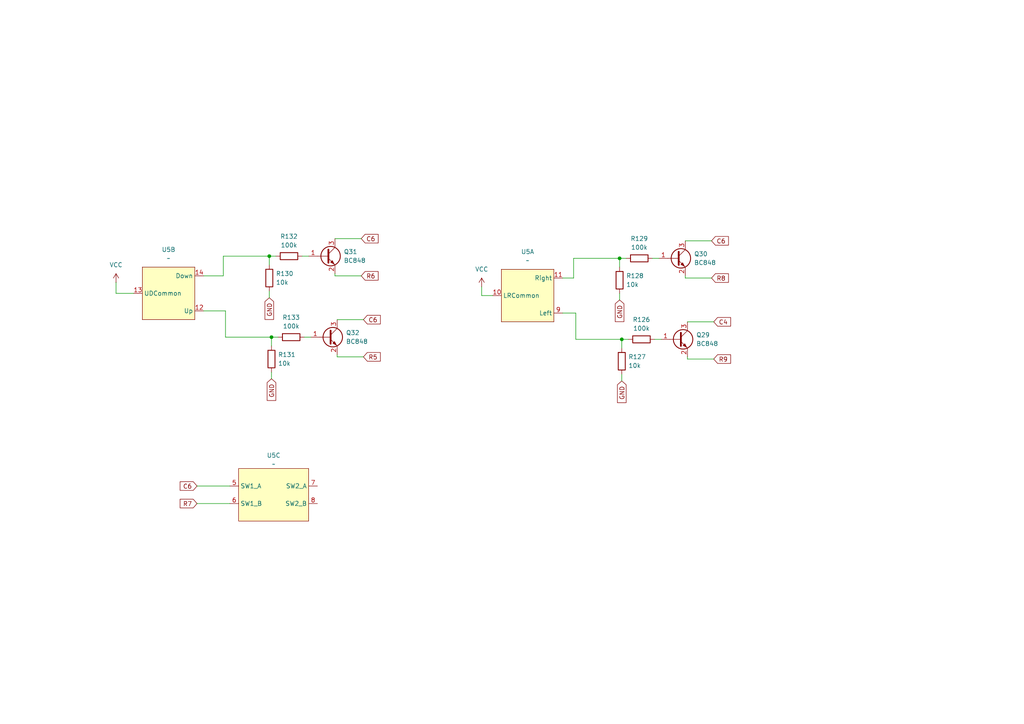
<source format=kicad_sch>
(kicad_sch (version 20250114) (generator "eeschema") (generator_version "9.0")
  (paper "A4")
  (lib_symbols
    (symbol "Device:R" (pin_numbers (hide yes)) (pin_names (offset 0))
      (property "Reference" "R" (at 2.032 0 90))
      (property "Value" "R" (at 0 0 90))
      (symbol "R_0_1"
        (rectangle (start -1.016 -2.54) (end 1.016 2.54) (stroke (width 0.254)))
      )
      (symbol "R_1_1"
        (pin passive line (at 0 3.81 270) (length 1.27) (name "~") (number "1"))
        (pin passive line (at 0 -3.81 90) (length 1.27) (name "~") (number "2"))
      )
    )
    (symbol "Transistor_BJT:BC848" (pin_names (offset 0) (hide yes))
      (property "Reference" "Q" (at 5.08 1.905 0))
      (property "Value" "BC848" (at 5.08 0 0))
      (symbol "BC848_0_1"
        (polyline (pts (xy -2.54 0) (xy 0.635 0)))
        (polyline (pts (xy 0.635 1.905) (xy 0.635 -1.905)) (stroke (width 0.508)))
        (circle (center 1.27 0) (radius 2.8194) (stroke (width 0.254)))
      )
      (symbol "BC848_1_1"
        (polyline (pts (xy 0.635 0.635) (xy 2.54 2.54)))
        (polyline (pts (xy 0.635 -0.635) (xy 2.54 -2.54)))
        (polyline (pts (xy 1.27 -1.778) (xy 1.778 -1.27) (xy 2.286 -2.286) (xy 1.27 -1.778)) (fill (type outline)))
        (pin input line (at -5.08 0 0) (length 2.54) (name "B") (number "1"))
        (pin passive line (at 2.54 5.08 270) (length 2.54) (name "C") (number "3"))
        (pin passive line (at 2.54 -5.08 90) (length 2.54) (name "E") (number "2"))
      )
    )
    (symbol "petkn:Thumbstick_with_switch"
      (property "Reference" "U" (at 0 10.16 0))
      (symbol "Thumbstick_with_switch_1_1"
        (rectangle (start -7.62 7.62) (end 7.62 -7.62) (fill (type background)))
        (pin input line (at -10.16 5.08 0) (length 2.54) (name "Left") (number "9"))
        (pin input line (at -10.16 -5.08 0) (length 2.54) (name "Right") (number "11"))
        (pin input line (at 10.16 0 180) (length 2.54) (name "LRCommon") (number "10"))
      )
      (symbol "Thumbstick_with_switch_2_1"
        (rectangle (start -7.62 7.62) (end 7.62 -7.62) (fill (type background)))
        (pin input line (at -10.16 5.08 0) (length 2.54) (name "Up") (number "12"))
        (pin input line (at -10.16 -5.08 0) (length 2.54) (name "Down") (number "14"))
        (pin input line (at 10.16 0 180) (length 2.54) (name "UDCommon") (number "13"))
      )
      (symbol "Thumbstick_with_switch_3_1"
        (rectangle (start -10.16 7.62) (end 10.16 -7.62) (fill (type background)))
        (pin input line (at -12.7 2.54 0) (length 2.54) (name "SW1_A") (number "5"))
        (pin input line (at -12.7 -2.54 0) (length 2.54) (name "SW1_B") (number "6"))
        (pin input line (at 12.7 2.54 180) (length 2.54) (name "SW2_A") (number "7"))
        (pin input line (at 12.7 -2.54 180) (length 2.54) (name "SW2_B") (number "8"))
      )
      (symbol "Thumbstick_with_switch_4_1"
        (rectangle (start -7.62 5.08) (end 7.62 -5.08) (fill (type background)))
        (pin input line (at -10.16 2.54 0) (length 2.54) (name "GND1") (number "1"))
        (pin input line (at -10.16 -2.54 0) (length 2.54) (name "GND2") (number "2"))
        (pin input line (at 10.16 2.54 180) (length 2.54) (name "GND3") (number "3"))
        (pin input line (at 10.16 -2.54 180) (length 2.54) (name "GND4") (number "4"))
      )
    )
    (symbol "power:VCC" (power) (pin_numbers (hide yes)) (pin_names (offset 0) (hide yes))
      (property "Value" "VCC" (at 0 3.556 0))
      (symbol "VCC_0_1"
        (polyline (pts (xy -0.762 1.27) (xy 0 2.54)))
        (polyline (pts (xy 0 2.54) (xy 0.762 1.27)))
        (polyline (pts (xy 0 0) (xy 0 2.54)))
      )
      (symbol "VCC_1_1"
        (pin power_in line (at 0 0 90) (length 0) (name "~") (number "1"))
      )
    )
  )
  (junction (at 179.705 74.93))
  (junction (at 180.34 98.425))
  (junction (at 78.105 74.295))
  (junction (at 78.74 97.79))
  (wire (pts (xy 207.01 104.14) (xy 199.39 104.14)))
  (wire (pts (xy 163.195 80.645) (xy 166.37 80.645)))
  (wire (pts (xy 206.375 80.645) (xy 198.755 80.645)))
  (wire (pts (xy 180.34 98.425) (xy 180.34 100.965)))
  (wire (pts (xy 33.655 85.09) (xy 33.655 81.915)))
  (wire (pts (xy 179.705 74.93) (xy 181.61 74.93)))
  (wire (pts (xy 97.79 92.71) (xy 105.41 92.71)))
  (wire (pts (xy 78.105 84.455) (xy 78.105 86.36)))
  (wire (pts (xy 65.405 90.17) (xy 65.405 97.79)))
  (wire (pts (xy 166.37 80.645) (xy 166.37 74.93)))
  (wire (pts (xy 78.74 97.79) (xy 78.74 100.33)))
  (wire (pts (xy 166.37 74.93) (xy 179.705 74.93)))
  (wire (pts (xy 163.195 90.805) (xy 167.005 90.805)))
  (wire (pts (xy 57.15 140.97) (xy 66.675 140.97)))
  (wire (pts (xy 65.405 97.79) (xy 78.74 97.79)))
  (wire (pts (xy 199.39 104.14) (xy 199.39 103.505)))
  (wire (pts (xy 38.735 85.09) (xy 33.655 85.09)))
  (wire (pts (xy 179.705 85.09) (xy 179.705 86.995)))
  (wire (pts (xy 167.005 98.425) (xy 180.34 98.425)))
  (wire (pts (xy 198.755 69.85) (xy 206.375 69.85)))
  (wire (pts (xy 78.74 107.95) (xy 78.74 109.855)))
  (wire (pts (xy 97.155 69.215) (xy 104.775 69.215)))
  (wire (pts (xy 80.645 97.79) (xy 78.74 97.79)))
  (wire (pts (xy 64.77 74.295) (xy 78.105 74.295)))
  (wire (pts (xy 139.7 85.725) (xy 139.7 83.185)))
  (wire (pts (xy 182.245 98.425) (xy 180.34 98.425)))
  (wire (pts (xy 97.79 103.505) (xy 97.79 102.87)))
  (wire (pts (xy 167.005 90.805) (xy 167.005 98.425)))
  (wire (pts (xy 64.77 80.01) (xy 64.77 74.295)))
  (wire (pts (xy 105.41 103.505) (xy 97.79 103.505)))
  (wire (pts (xy 104.775 80.01) (xy 97.155 80.01)))
  (wire (pts (xy 142.875 85.725) (xy 139.7 85.725)))
  (wire (pts (xy 198.755 80.645) (xy 198.755 80.01)))
  (wire (pts (xy 97.155 80.01) (xy 97.155 79.375)))
  (wire (pts (xy 189.865 98.425) (xy 191.77 98.425)))
  (wire (pts (xy 59.055 90.17) (xy 65.405 90.17)))
  (wire (pts (xy 180.34 108.585) (xy 180.34 110.49)))
  (wire (pts (xy 57.15 146.05) (xy 66.675 146.05)))
  (wire (pts (xy 179.705 74.93) (xy 179.705 77.47)))
  (wire (pts (xy 59.055 80.01) (xy 64.77 80.01)))
  (wire (pts (xy 88.265 97.79) (xy 90.17 97.79)))
  (wire (pts (xy 78.105 74.295) (xy 80.01 74.295)))
  (wire (pts (xy 78.105 74.295) (xy 78.105 76.835)))
  (wire (pts (xy 87.63 74.295) (xy 89.535 74.295)))
  (wire (pts (xy 199.39 93.345) (xy 207.01 93.345)))
  (wire (pts (xy 189.23 74.93) (xy 191.135 74.93)))
  (global_label "GND" (shape input) (at 179.705 86.995 270) (property "Intersheetrefs" "${INTERSHEET_REFS}" (effects (hide yes))))
  (global_label "C6" (shape input) (at 57.15 140.97 180) (property "Intersheetrefs" "${INTERSHEET_REFS}" (effects (hide yes))))
  (global_label "C6" (shape input) (at 105.41 92.71 0) (property "Intersheetrefs" "${INTERSHEET_REFS}" (effects (hide yes))))
  (global_label "GND" (shape input) (at 78.74 109.855 270) (property "Intersheetrefs" "${INTERSHEET_REFS}" (effects (hide yes))))
  (global_label "R9" (shape input) (at 207.01 104.14 0) (property "Intersheetrefs" "${INTERSHEET_REFS}" (effects (hide yes))))
  (global_label "C6" (shape input) (at 206.375 69.85 0) (property "Intersheetrefs" "${INTERSHEET_REFS}" (effects (hide yes))))
  (global_label "C6" (shape input) (at 104.775 69.215 0) (property "Intersheetrefs" "${INTERSHEET_REFS}" (effects (hide yes))))
  (global_label "C4" (shape input) (at 207.01 93.345 0) (property "Intersheetrefs" "${INTERSHEET_REFS}" (effects (hide yes))))
  (global_label "R7" (shape input) (at 57.15 146.05 180) (property "Intersheetrefs" "${INTERSHEET_REFS}" (effects (hide yes))))
  (global_label "GND" (shape input) (at 78.105 86.36 270) (property "Intersheetrefs" "${INTERSHEET_REFS}" (effects (hide yes))))
  (global_label "R6" (shape input) (at 104.775 80.01 0) (property "Intersheetrefs" "${INTERSHEET_REFS}" (effects (hide yes))))
  (global_label "R5" (shape input) (at 105.41 103.505 0) (property "Intersheetrefs" "${INTERSHEET_REFS}" (effects (hide yes))))
  (global_label "GND" (shape input) (at 180.34 110.49 270) (property "Intersheetrefs" "${INTERSHEET_REFS}" (effects (hide yes))))
  (global_label "R8" (shape input) (at 206.375 80.645 0) (property "Intersheetrefs" "${INTERSHEET_REFS}" (effects (hide yes))))
  (symbol (lib_id "Device:R") (at 78.74 104.14 0) (unit 1)
    (property "Reference" "R131" (at 80.645 102.8699 0) (effects (justify left)))
    (property "Value" "10k" (at 80.645 105.4099 0) (effects (justify left)))
    (property "Footprint" "Resistor_SMD:R_0805_2012Metric" (effects (hide yes)))
    (property "Description" "Resistor" (effects (hide yes)))
    (property "LCSC" "C17414" (effects (hide yes)))
  )
  (symbol (lib_id "petkn:Thumbstick_with_switch") (at 79.375 143.51 0) (unit 3)
    (property "Reference" "U5" (at 79.375 132.08 0))
    (property "Value" "~" (at 79.375 134.62 0))
    (property "Footprint" "petkn:THB Miniature Thumbstick THB001P" (effects (hide yes)))
    (property "Mouser" "611-THB001P " (effects (hide yes)))
    (property "LCSC" "C2685355" (effects (hide yes)))
  )
  (symbol (lib_id "petkn:Thumbstick_with_switch") (at 48.895 85.09 180) (unit 2)
    (property "Reference" "U5" (at 48.895 72.39 0))
    (property "Value" "~" (at 48.895 74.93 0))
    (property "Footprint" "petkn:THB Miniature Thumbstick THB001P" (effects (hide yes)))
    (property "Mouser" "611-THB001P " (effects (hide yes)))
    (property "LCSC" "C2685355" (effects (hide yes)))
  )
  (symbol (lib_id "Device:R") (at 180.34 104.775 0) (unit 1)
    (property "Reference" "R127" (at 182.245 103.5049 0) (effects (justify left)))
    (property "Value" "10k" (at 182.245 106.0449 0) (effects (justify left)))
    (property "Footprint" "Resistor_SMD:R_0805_2012Metric" (effects (hide yes)))
    (property "Description" "Resistor" (effects (hide yes)))
    (property "LCSC" "C17414" (effects (hide yes)))
  )
  (symbol (lib_id "Transistor_BJT:BC848") (at 94.615 74.295 0) (unit 1)
    (property "Reference" "Q31" (at 99.695 73.0249 0) (effects (justify left)))
    (property "Value" "BC848" (at 99.695 75.5649 0) (effects (justify left)))
    (property "Footprint" "Package_TO_SOT_SMD:SOT-23" (effects (hide yes)))
    (property "Datasheet" "http://www.infineon.com/dgdl/Infineon-BC847SERIES_BC848SERIES_BC849SERIES_BC850SERIES-DS-v01_01-en.pdf?fileId=db3a304314dca389011541d4630a1657" (effects (hide yes)))
    (property "Description" "0.1A Ic, 30V Vce, NPN Transistor, SOT-23" (effects (hide yes)))
    (property "LCSC" "C5184434" (effects (hide yes)))
  )
  (symbol (lib_id "Transistor_BJT:BC848") (at 95.25 97.79 0) (unit 1)
    (property "Reference" "Q32" (at 100.33 96.5199 0) (effects (justify left)))
    (property "Value" "BC848" (at 100.33 99.0599 0) (effects (justify left)))
    (property "Footprint" "Package_TO_SOT_SMD:SOT-23" (effects (hide yes)))
    (property "Datasheet" "http://www.infineon.com/dgdl/Infineon-BC847SERIES_BC848SERIES_BC849SERIES_BC850SERIES-DS-v01_01-en.pdf?fileId=db3a304314dca389011541d4630a1657" (effects (hide yes)))
    (property "Description" "0.1A Ic, 30V Vce, NPN Transistor, SOT-23" (effects (hide yes)))
    (property "LCSC" "C5184434" (effects (hide yes)))
  )
  (symbol (lib_id "Device:R") (at 185.42 74.93 270) (unit 1)
    (property "Reference" "R129" (at 185.42 69.215 90))
    (property "Value" "100k" (at 185.42 71.755 90))
    (property "Footprint" "Resistor_SMD:R_0805_2012Metric" (effects (hide yes)))
    (property "Description" "Resistor" (effects (hide yes)))
    (property "LCSC" "C25611" (effects (hide yes)))
  )
  (symbol (lib_id "Transistor_BJT:BC848") (at 196.215 74.93 0) (unit 1)
    (property "Reference" "Q30" (at 201.295 73.6599 0) (effects (justify left)))
    (property "Value" "BC848" (at 201.295 76.1999 0) (effects (justify left)))
    (property "Footprint" "Package_TO_SOT_SMD:SOT-23" (effects (hide yes)))
    (property "Datasheet" "http://www.infineon.com/dgdl/Infineon-BC847SERIES_BC848SERIES_BC849SERIES_BC850SERIES-DS-v01_01-en.pdf?fileId=db3a304314dca389011541d4630a1657" (effects (hide yes)))
    (property "Description" "0.1A Ic, 30V Vce, NPN Transistor, SOT-23" (effects (hide yes)))
    (property "LCSC" "C5184434" (effects (hide yes)))
  )
  (symbol (lib_id "Transistor_BJT:BC848") (at 196.85 98.425 0) (unit 1)
    (property "Reference" "Q29" (at 201.93 97.1549 0) (effects (justify left)))
    (property "Value" "BC848" (at 201.93 99.6949 0) (effects (justify left)))
    (property "Footprint" "Package_TO_SOT_SMD:SOT-23" (effects (hide yes)))
    (property "Datasheet" "http://www.infineon.com/dgdl/Infineon-BC847SERIES_BC848SERIES_BC849SERIES_BC850SERIES-DS-v01_01-en.pdf?fileId=db3a304314dca389011541d4630a1657" (effects (hide yes)))
    (property "Description" "0.1A Ic, 30V Vce, NPN Transistor, SOT-23" (effects (hide yes)))
    (property "LCSC" "C5184434" (effects (hide yes)))
  )
  (symbol (lib_id "power:VCC") (at 139.7 83.185 0) (unit 1)
    (property "Reference" "#PWR032" (effects (hide yes)))
    (property "Value" "VCC" (at 139.7 78.105 0))
    (property "Description" "Power symbol creates a global label with name \"VCC\"" (effects (hide yes)))
  )
  (symbol (lib_id "Device:R") (at 84.455 97.79 270) (unit 1)
    (property "Reference" "R133" (at 84.455 92.075 90))
    (property "Value" "100k" (at 84.455 94.615 90))
    (property "Footprint" "Resistor_SMD:R_0805_2012Metric" (effects (hide yes)))
    (property "Description" "Resistor" (effects (hide yes)))
    (property "LCSC" "C25611" (effects (hide yes)))
  )
  (symbol (lib_id "Device:R") (at 78.105 80.645 0) (unit 1)
    (property "Reference" "R130" (at 80.01 79.3749 0) (effects (justify left)))
    (property "Value" "10k" (at 80.01 81.9149 0) (effects (justify left)))
    (property "Footprint" "Resistor_SMD:R_0805_2012Metric" (effects (hide yes)))
    (property "Description" "Resistor" (effects (hide yes)))
    (property "LCSC" "C17414" (effects (hide yes)))
  )
  (symbol (lib_id "power:VCC") (at 33.655 81.915 0) (unit 1)
    (property "Reference" "#PWR033" (effects (hide yes)))
    (property "Value" "VCC" (at 33.655 76.835 0))
    (property "Description" "Power symbol creates a global label with name \"VCC\"" (effects (hide yes)))
  )
  (symbol (lib_id "Device:R") (at 186.055 98.425 270) (unit 1)
    (property "Reference" "R126" (at 186.055 92.71 90))
    (property "Value" "100k" (at 186.055 95.25 90))
    (property "Footprint" "Resistor_SMD:R_0805_2012Metric" (effects (hide yes)))
    (property "Description" "Resistor" (effects (hide yes)))
    (property "LCSC" "C25611" (effects (hide yes)))
  )
  (symbol (lib_id "petkn:Thumbstick_with_switch") (at 153.035 85.725 180) (unit 1)
    (property "Reference" "U5" (at 153.035 73.025 0))
    (property "Value" "~" (at 153.035 75.565 0))
    (property "Footprint" "petkn:THB Miniature Thumbstick THB001P" (effects (hide yes)))
    (property "Mouser" "611-THB001P " (effects (hide yes)))
    (property "LCSC" "C2685355" (effects (hide yes)))
  )
  (symbol (lib_id "Device:R") (at 179.705 81.28 0) (unit 1)
    (property "Reference" "R128" (at 181.61 80.0099 0) (effects (justify left)))
    (property "Value" "10k" (at 181.61 82.5499 0) (effects (justify left)))
    (property "Footprint" "Resistor_SMD:R_0805_2012Metric" (effects (hide yes)))
    (property "Description" "Resistor" (effects (hide yes)))
    (property "LCSC" "C17414" (effects (hide yes)))
  )
  (symbol (lib_id "Device:R") (at 83.82 74.295 270) (unit 1)
    (property "Reference" "R132" (at 83.82 68.58 90))
    (property "Value" "100k" (at 83.82 71.12 90))
    (property "Footprint" "Resistor_SMD:R_0805_2012Metric" (effects (hide yes)))
    (property "Description" "Resistor" (effects (hide yes)))
    (property "LCSC" "C25611" (effects (hide yes)))
  )
)
</source>
